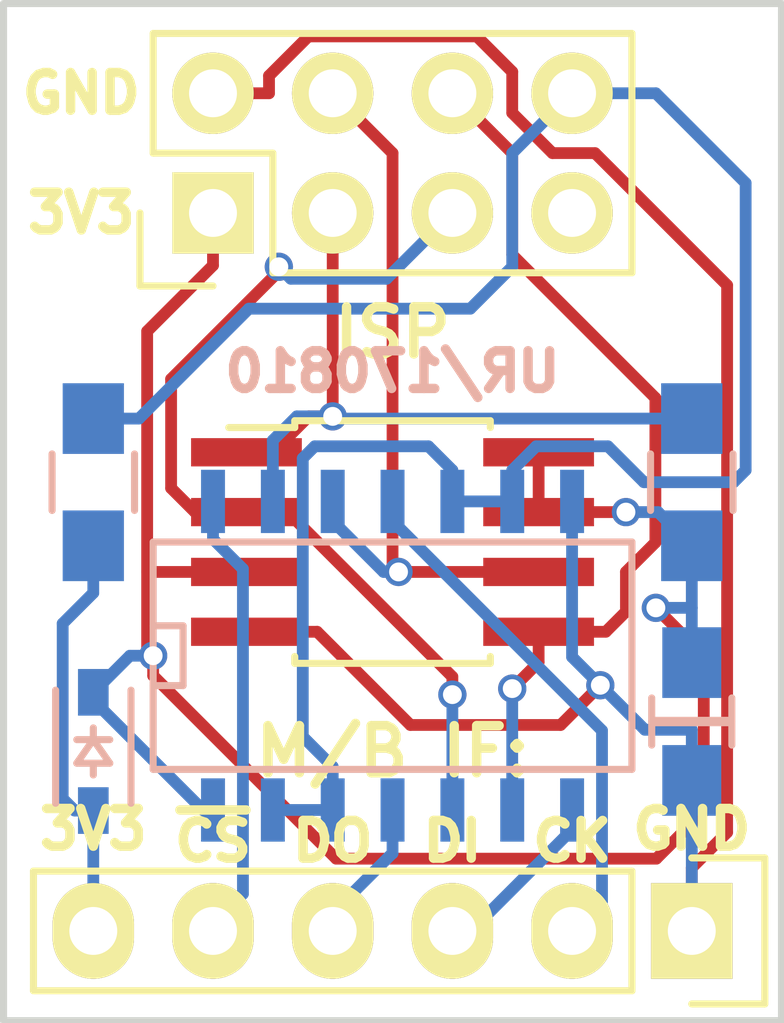
<source format=kicad_pcb>
(kicad_pcb (version 20171130) (host pcbnew "(5.1.12)-1")

  (general
    (thickness 1.6)
    (drawings 16)
    (tracks 143)
    (zones 0)
    (modules 8)
    (nets 13)
  )

  (page A4)
  (layers
    (0 F.Cu signal)
    (31 B.Cu signal)
    (32 B.Adhes user hide)
    (33 F.Adhes user hide)
    (34 B.Paste user hide)
    (35 F.Paste user hide)
    (36 B.SilkS user)
    (37 F.SilkS user hide)
    (38 B.Mask user)
    (39 F.Mask user)
    (40 Dwgs.User user)
    (41 Cmts.User user)
    (42 Eco1.User user)
    (43 Eco2.User user)
    (44 Edge.Cuts user)
    (45 Margin user)
    (46 B.CrtYd user)
    (47 F.CrtYd user)
    (48 B.Fab user)
    (49 F.Fab user)
  )

  (setup
    (last_trace_width 0.25)
    (trace_clearance 0.2)
    (zone_clearance 0.508)
    (zone_45_only no)
    (trace_min 0.2)
    (via_size 0.6)
    (via_drill 0.4)
    (via_min_size 0.4)
    (via_min_drill 0.3)
    (uvia_size 0.3)
    (uvia_drill 0.1)
    (uvias_allowed no)
    (uvia_min_size 0.2)
    (uvia_min_drill 0.1)
    (edge_width 0.15)
    (segment_width 0.2)
    (pcb_text_width 0.3)
    (pcb_text_size 1.5 1.5)
    (mod_edge_width 0.15)
    (mod_text_size 1 1)
    (mod_text_width 0.15)
    (pad_size 1.524 1.524)
    (pad_drill 0.762)
    (pad_to_mask_clearance 0.2)
    (aux_axis_origin 0 0)
    (visible_elements 7FFFFFFF)
    (pcbplotparams
      (layerselection 0x010f0_80000001)
      (usegerberextensions false)
      (usegerberattributes true)
      (usegerberadvancedattributes true)
      (creategerberjobfile true)
      (excludeedgelayer true)
      (linewidth 0.100000)
      (plotframeref false)
      (viasonmask false)
      (mode 1)
      (useauxorigin false)
      (hpglpennumber 1)
      (hpglpenspeed 20)
      (hpglpendiameter 15.000000)
      (psnegative false)
      (psa4output false)
      (plotreference true)
      (plotvalue true)
      (plotinvisibletext false)
      (padsonsilk false)
      (subtractmaskfromsilk false)
      (outputformat 1)
      (mirror false)
      (drillshape 0)
      (scaleselection 1)
      (outputdirectory "gerbs/"))
  )

  (net 0 "")
  (net 1 GND)
  (net 2 +3V3)
  (net 3 /MB3V3)
  (net 4 /MBSCK)
  (net 5 /MBMOSI)
  (net 6 /MBMISO)
  (net 7 /~MBCS)
  (net 8 /~CS)
  (net 9 /SCK)
  (net 10 /MOSI)
  (net 11 /MISO)
  (net 12 /BUFEN)

  (net_class Default "This is the default net class."
    (clearance 0.2)
    (trace_width 0.25)
    (via_dia 0.6)
    (via_drill 0.4)
    (uvia_dia 0.3)
    (uvia_drill 0.1)
    (add_net +3V3)
    (add_net /BUFEN)
    (add_net /MB3V3)
    (add_net /MBMISO)
    (add_net /MBMOSI)
    (add_net /MBSCK)
    (add_net /MISO)
    (add_net /MOSI)
    (add_net /SCK)
    (add_net /~CS)
    (add_net /~MBCS)
    (add_net GND)
  )

  (module Housings_SOIC:SOIC-8_3.9x4.9mm_Pitch1.27mm (layer F.Cu) (tedit 56AA2104) (tstamp 56A9EB0F)
    (at 148.59 112.395)
    (descr "8-Lead Plastic Small Outline (SN) - Narrow, 3.90 mm Body [SOIC] (see Microchip Packaging Specification 00000049BS.pdf)")
    (tags "SOIC 1.27")
    (path /56A9C3B3)
    (attr smd)
    (fp_text reference U2 (at 0 -3.5) (layer F.SilkS) hide
      (effects (font (size 1 1) (thickness 0.15)))
    )
    (fp_text value SPI_TGT (at 0 3.5) (layer F.Fab) hide
      (effects (font (size 1 1) (thickness 0.15)))
    )
    (fp_line (start -2.075 -2.43) (end -3.475 -2.43) (layer F.SilkS) (width 0.15))
    (fp_line (start -2.075 2.575) (end 2.075 2.575) (layer F.SilkS) (width 0.15))
    (fp_line (start -2.075 -2.575) (end 2.075 -2.575) (layer F.SilkS) (width 0.15))
    (fp_line (start -2.075 2.575) (end -2.075 2.43) (layer F.SilkS) (width 0.15))
    (fp_line (start 2.075 2.575) (end 2.075 2.43) (layer F.SilkS) (width 0.15))
    (fp_line (start 2.075 -2.575) (end 2.075 -2.43) (layer F.SilkS) (width 0.15))
    (fp_line (start -2.075 -2.575) (end -2.075 -2.43) (layer F.SilkS) (width 0.15))
    (fp_line (start -3.75 2.75) (end 3.75 2.75) (layer F.CrtYd) (width 0.05))
    (fp_line (start -3.75 -2.75) (end 3.75 -2.75) (layer F.CrtYd) (width 0.05))
    (fp_line (start 3.75 -2.75) (end 3.75 2.75) (layer F.CrtYd) (width 0.05))
    (fp_line (start -3.75 -2.75) (end -3.75 2.75) (layer F.CrtYd) (width 0.05))
    (pad 1 smd rect (at -3.1 -1.905) (size 2.35 0.6) (layers F.Cu F.Paste F.Mask)
      (net 8 /~CS))
    (pad 2 smd rect (at -3.1 -0.635) (size 2.35 0.6) (layers F.Cu F.Paste F.Mask)
      (net 11 /MISO))
    (pad 3 smd rect (at -3.1 0.635) (size 2.35 0.6) (layers F.Cu F.Paste F.Mask)
      (net 2 +3V3))
    (pad 4 smd rect (at -3.1 1.905) (size 2.35 0.6) (layers F.Cu F.Paste F.Mask)
      (net 1 GND))
    (pad 5 smd rect (at 3.1 1.905) (size 2.35 0.6) (layers F.Cu F.Paste F.Mask)
      (net 10 /MOSI))
    (pad 6 smd rect (at 3.1 0.635) (size 2.35 0.6) (layers F.Cu F.Paste F.Mask)
      (net 9 /SCK))
    (pad 7 smd rect (at 3.1 -0.635) (size 2.35 0.6) (layers F.Cu F.Paste F.Mask)
      (net 2 +3V3))
    (pad 8 smd rect (at 3.1 -1.905) (size 2.35 0.6) (layers F.Cu F.Paste F.Mask)
      (net 2 +3V3))
    (model Housings_SOIC.3dshapes/SOIC-8_3.9x4.9mm_Pitch1.27mm.wrl
      (at (xyz 0 0 0))
      (scale (xyz 1 1 1))
      (rotate (xyz 0 0 0))
    )
  )

  (module SMD_Packages:SOIC-14_N (layer B.Cu) (tedit 56AA20FD) (tstamp 56A9EB03)
    (at 148.59 114.935)
    (descr "Module CMS SOJ 14 pins Large")
    (tags "CMS SOJ")
    (path /56A9C5EF)
    (attr smd)
    (fp_text reference U1 (at 0 1.27) (layer B.SilkS) hide
      (effects (font (size 1 1) (thickness 0.15)) (justify mirror))
    )
    (fp_text value 4066 (at 0 -1.27) (layer B.Fab) hide
      (effects (font (size 1 1) (thickness 0.15)) (justify mirror))
    )
    (fp_line (start -4.445 -0.762) (end -5.08 -0.762) (layer B.SilkS) (width 0.15))
    (fp_line (start -4.445 0.508) (end -4.445 -0.762) (layer B.SilkS) (width 0.15))
    (fp_line (start -5.08 0.508) (end -4.445 0.508) (layer B.SilkS) (width 0.15))
    (fp_line (start -5.08 2.286) (end 5.08 2.286) (layer B.SilkS) (width 0.15))
    (fp_line (start -5.08 -2.54) (end -5.08 2.286) (layer B.SilkS) (width 0.15))
    (fp_line (start 5.08 -2.54) (end -5.08 -2.54) (layer B.SilkS) (width 0.15))
    (fp_line (start 5.08 2.286) (end 5.08 -2.54) (layer B.SilkS) (width 0.15))
    (pad 1 smd rect (at -3.81 -3.402) (size 0.508 1.343) (layers B.Cu B.Paste B.Mask)
      (net 7 /~MBCS))
    (pad 2 smd rect (at -2.54 -3.402) (size 0.508 1.343) (layers B.Cu B.Paste B.Mask)
      (net 8 /~CS))
    (pad 3 smd rect (at -1.27 -3.402) (size 0.508 1.343) (layers B.Cu B.Paste B.Mask)
      (net 9 /SCK))
    (pad 4 smd rect (at 0 -3.402) (size 0.508 1.343) (layers B.Cu B.Paste B.Mask)
      (net 4 /MBSCK))
    (pad 5 smd rect (at 1.27 -3.402) (size 0.508 1.343) (layers B.Cu B.Paste B.Mask)
      (net 12 /BUFEN))
    (pad 6 smd rect (at 2.54 -3.402) (size 0.508 1.343) (layers B.Cu B.Paste B.Mask)
      (net 12 /BUFEN))
    (pad 7 smd rect (at 3.81 -3.402) (size 0.508 1.343) (layers B.Cu B.Paste B.Mask)
      (net 1 GND))
    (pad 8 smd rect (at 3.81 3.148) (size 0.508 1.343) (layers B.Cu B.Paste B.Mask)
      (net 5 /MBMOSI))
    (pad 9 smd rect (at 2.54 3.148) (size 0.508 1.343) (layers B.Cu B.Paste B.Mask)
      (net 10 /MOSI))
    (pad 11 smd rect (at 0 3.148) (size 0.508 1.343) (layers B.Cu B.Paste B.Mask)
      (net 6 /MBMISO))
    (pad 12 smd rect (at -1.27 3.148) (size 0.508 1.343) (layers B.Cu B.Paste B.Mask)
      (net 12 /BUFEN))
    (pad 13 smd rect (at -2.54 3.148) (size 0.508 1.343) (layers B.Cu B.Paste B.Mask)
      (net 12 /BUFEN))
    (pad 14 smd rect (at -3.81 3.148) (size 0.508 1.343) (layers B.Cu B.Paste B.Mask)
      (net 2 +3V3))
    (pad 10 smd rect (at 1.27 3.148 180) (size 0.508 1.343) (layers B.Cu B.Paste B.Mask)
      (net 11 /MISO))
    (model SMD_Packages.3dshapes/SOIC-14_N.wrl
      (at (xyz 0 0 0))
      (scale (xyz 0.5 0.4 0.5))
      (rotate (xyz 0 0 0))
    )
  )

  (module Diodes_SMD:SOD-323 (layer B.Cu) (tedit 56AB1811) (tstamp 56AA0F69)
    (at 142.24 116.84 270)
    (descr SOD-323)
    (tags SOD-323)
    (path /56A9CF8A)
    (attr smd)
    (fp_text reference D1 (at 0 1.85 270) (layer B.SilkS) hide
      (effects (font (size 1 1) (thickness 0.15)) (justify mirror))
    )
    (fp_text value - (at 0.1 -1.9 270) (layer B.Fab) hide
      (effects (font (size 1 1) (thickness 0.15)) (justify mirror))
    )
    (fp_line (start -1.3 0.8) (end 1.1 0.8) (layer B.SilkS) (width 0.15))
    (fp_line (start -1.3 -0.8) (end 1.1 -0.8) (layer B.SilkS) (width 0.15))
    (fp_line (start -1.5 0.95) (end -1.5 -0.95) (layer B.CrtYd) (width 0.05))
    (fp_line (start -1.5 -0.95) (end 1.5 -0.95) (layer B.CrtYd) (width 0.05))
    (fp_line (start 1.5 0.95) (end 1.5 -0.95) (layer B.CrtYd) (width 0.05))
    (fp_line (start -1.5 0.95) (end 1.5 0.95) (layer B.CrtYd) (width 0.05))
    (fp_line (start -0.25 0.35) (end -0.25 -0.35) (layer B.SilkS) (width 0.15))
    (fp_line (start 0.25 -0.35) (end -0.25 0) (layer B.SilkS) (width 0.15))
    (fp_line (start 0.25 0.35) (end 0.25 -0.35) (layer B.SilkS) (width 0.15))
    (fp_line (start -0.25 0) (end 0.25 0.35) (layer B.SilkS) (width 0.15))
    (fp_line (start -0.25 0) (end -0.5 0) (layer B.SilkS) (width 0.15))
    (fp_line (start 0.25 0) (end 0.5 0) (layer B.SilkS) (width 0.15))
    (pad 1 smd rect (at -1.255 0 270) (size 0.99 0.65) (layers B.Cu B.Paste B.Mask)
      (net 2 +3V3))
    (pad 2 smd rect (at 1.255 0 270) (size 0.99 0.65) (layers B.Cu B.Paste B.Mask)
      (net 3 /MB3V3))
  )

  (module Pin_Headers:Pin_Header_Straight_2x04 (layer F.Cu) (tedit 56AA2118) (tstamp 56A9EAE5)
    (at 144.78 105.41 90)
    (descr "Through hole pin header")
    (tags "pin header")
    (path /56A9E257)
    (fp_text reference P2 (at 0 -5.1 90) (layer F.SilkS) hide
      (effects (font (size 1 1) (thickness 0.15)))
    )
    (fp_text value CONN_02X04 (at 0 -3.1 90) (layer F.Fab) hide
      (effects (font (size 1 1) (thickness 0.15)))
    )
    (fp_line (start -1.55 -1.55) (end -1.55 0) (layer F.SilkS) (width 0.15))
    (fp_line (start 1.27 1.27) (end -1.27 1.27) (layer F.SilkS) (width 0.15))
    (fp_line (start 1.27 -1.27) (end 1.27 1.27) (layer F.SilkS) (width 0.15))
    (fp_line (start 0 -1.55) (end -1.55 -1.55) (layer F.SilkS) (width 0.15))
    (fp_line (start 3.81 -1.27) (end 1.27 -1.27) (layer F.SilkS) (width 0.15))
    (fp_line (start 3.81 8.89) (end 3.81 -1.27) (layer F.SilkS) (width 0.15))
    (fp_line (start -1.27 8.89) (end 3.81 8.89) (layer F.SilkS) (width 0.15))
    (fp_line (start -1.27 1.27) (end -1.27 8.89) (layer F.SilkS) (width 0.15))
    (fp_line (start -1.75 9.4) (end 4.3 9.4) (layer F.CrtYd) (width 0.05))
    (fp_line (start -1.75 -1.75) (end 4.3 -1.75) (layer F.CrtYd) (width 0.05))
    (fp_line (start 4.3 -1.75) (end 4.3 9.4) (layer F.CrtYd) (width 0.05))
    (fp_line (start -1.75 -1.75) (end -1.75 9.4) (layer F.CrtYd) (width 0.05))
    (pad 1 thru_hole rect (at 0 0 90) (size 1.7272 1.7272) (drill 1.016) (layers *.Cu *.Mask F.SilkS)
      (net 2 +3V3))
    (pad 2 thru_hole oval (at 2.54 0 90) (size 1.7272 1.7272) (drill 1.016) (layers *.Cu *.Mask F.SilkS)
      (net 1 GND))
    (pad 3 thru_hole oval (at 0 2.54 90) (size 1.7272 1.7272) (drill 1.016) (layers *.Cu *.Mask F.SilkS)
      (net 8 /~CS))
    (pad 4 thru_hole oval (at 2.54 2.54 90) (size 1.7272 1.7272) (drill 1.016) (layers *.Cu *.Mask F.SilkS)
      (net 9 /SCK))
    (pad 5 thru_hole oval (at 0 5.08 90) (size 1.7272 1.7272) (drill 1.016) (layers *.Cu *.Mask F.SilkS)
      (net 11 /MISO))
    (pad 6 thru_hole oval (at 2.54 5.08 90) (size 1.7272 1.7272) (drill 1.016) (layers *.Cu *.Mask F.SilkS)
      (net 10 /MOSI))
    (pad 7 thru_hole oval (at 0 7.62 90) (size 1.7272 1.7272) (drill 1.016) (layers *.Cu *.Mask F.SilkS))
    (pad 8 thru_hole oval (at 2.54 7.62 90) (size 1.7272 1.7272) (drill 1.016) (layers *.Cu *.Mask F.SilkS)
      (net 12 /BUFEN))
    (model Pin_Headers.3dshapes/Pin_Header_Straight_2x04.wrl
      (offset (xyz 1.269999980926514 -3.809999942779541 0))
      (scale (xyz 1 1 1))
      (rotate (xyz 0 0 90))
    )
  )

  (module Capacitors_SMD:C_0805_HandSoldering (layer B.Cu) (tedit 56AA211C) (tstamp 56A9EAC9)
    (at 154.94 116.205 90)
    (descr "Capacitor SMD 0805, hand soldering")
    (tags "capacitor 0805")
    (path /56A9EBFF)
    (attr smd)
    (fp_text reference C1 (at 0 2.1 90) (layer B.SilkS) hide
      (effects (font (size 1 1) (thickness 0.15)) (justify mirror))
    )
    (fp_text value 1u (at 0 -2.1 90) (layer B.Fab) hide
      (effects (font (size 1 1) (thickness 0.15)) (justify mirror))
    )
    (fp_line (start -0.5 -0.85) (end 0.5 -0.85) (layer B.SilkS) (width 0.15))
    (fp_line (start 0.5 0.85) (end -0.5 0.85) (layer B.SilkS) (width 0.15))
    (fp_line (start 2.3 1) (end 2.3 -1) (layer B.CrtYd) (width 0.05))
    (fp_line (start -2.3 1) (end -2.3 -1) (layer B.CrtYd) (width 0.05))
    (fp_line (start -2.3 -1) (end 2.3 -1) (layer B.CrtYd) (width 0.05))
    (fp_line (start -2.3 1) (end 2.3 1) (layer B.CrtYd) (width 0.05))
    (pad 1 smd rect (at -1.25 0 90) (size 1.5 1.25) (layers B.Cu B.Paste B.Mask)
      (net 1 GND))
    (pad 2 smd rect (at 1.25 0 90) (size 1.5 1.25) (layers B.Cu B.Paste B.Mask)
      (net 2 +3V3))
    (model Capacitors_SMD.3dshapes/C_0805_HandSoldering.wrl
      (at (xyz 0 0 0))
      (scale (xyz 1 1 1))
      (rotate (xyz 0 0 0))
    )
  )

  (module Socket_Strips:Socket_Strip_Straight_1x06 (layer F.Cu) (tedit 56AA20E6) (tstamp 56A9EAD9)
    (at 154.94 120.65 180)
    (descr "Through hole socket strip")
    (tags "socket strip")
    (path /56AA09CA)
    (fp_text reference P1 (at 0 -5.1 180) (layer F.SilkS) hide
      (effects (font (size 1 1) (thickness 0.15)))
    )
    (fp_text value CONN_01X06 (at 0 -3.1 180) (layer F.Fab) hide
      (effects (font (size 1 1) (thickness 0.15)))
    )
    (fp_line (start -1.55 -1.55) (end -1.55 1.55) (layer F.SilkS) (width 0.15))
    (fp_line (start 0 -1.55) (end -1.55 -1.55) (layer F.SilkS) (width 0.15))
    (fp_line (start 1.27 1.27) (end 1.27 -1.27) (layer F.SilkS) (width 0.15))
    (fp_line (start -1.55 1.55) (end 0 1.55) (layer F.SilkS) (width 0.15))
    (fp_line (start 13.97 -1.27) (end 1.27 -1.27) (layer F.SilkS) (width 0.15))
    (fp_line (start 13.97 1.27) (end 13.97 -1.27) (layer F.SilkS) (width 0.15))
    (fp_line (start 1.27 1.27) (end 13.97 1.27) (layer F.SilkS) (width 0.15))
    (fp_line (start -1.75 1.75) (end 14.45 1.75) (layer F.CrtYd) (width 0.05))
    (fp_line (start -1.75 -1.75) (end 14.45 -1.75) (layer F.CrtYd) (width 0.05))
    (fp_line (start 14.45 -1.75) (end 14.45 1.75) (layer F.CrtYd) (width 0.05))
    (fp_line (start -1.75 -1.75) (end -1.75 1.75) (layer F.CrtYd) (width 0.05))
    (pad 1 thru_hole rect (at 0 0 180) (size 1.7272 2.032) (drill 1.016) (layers *.Cu *.Mask F.SilkS)
      (net 1 GND))
    (pad 2 thru_hole oval (at 2.54 0 180) (size 1.7272 2.032) (drill 1.016) (layers *.Cu *.Mask F.SilkS)
      (net 4 /MBSCK))
    (pad 3 thru_hole oval (at 5.08 0 180) (size 1.7272 2.032) (drill 1.016) (layers *.Cu *.Mask F.SilkS)
      (net 5 /MBMOSI))
    (pad 4 thru_hole oval (at 7.62 0 180) (size 1.7272 2.032) (drill 1.016) (layers *.Cu *.Mask F.SilkS)
      (net 6 /MBMISO))
    (pad 5 thru_hole oval (at 10.16 0 180) (size 1.7272 2.032) (drill 1.016) (layers *.Cu *.Mask F.SilkS)
      (net 7 /~MBCS))
    (pad 6 thru_hole oval (at 12.7 0 180) (size 1.7272 2.032) (drill 1.016) (layers *.Cu *.Mask F.SilkS)
      (net 3 /MB3V3))
  )

  (module Resistors_SMD:R_0805_HandSoldering (layer B.Cu) (tedit 56AA210E) (tstamp 56AA0F73)
    (at 142.24 111.125 270)
    (descr "Resistor SMD 0805, hand soldering")
    (tags "resistor 0805")
    (path /56AA4078)
    (attr smd)
    (fp_text reference R1 (at 0 2.1 270) (layer B.SilkS) hide
      (effects (font (size 1 1) (thickness 0.15)) (justify mirror))
    )
    (fp_text value 4k7 (at 0 -2.1 270) (layer B.Fab) hide
      (effects (font (size 1 1) (thickness 0.15)) (justify mirror))
    )
    (fp_line (start -0.6 0.875) (end 0.6 0.875) (layer B.SilkS) (width 0.15))
    (fp_line (start 0.6 -0.875) (end -0.6 -0.875) (layer B.SilkS) (width 0.15))
    (fp_line (start 2.4 1) (end 2.4 -1) (layer B.CrtYd) (width 0.05))
    (fp_line (start -2.4 1) (end -2.4 -1) (layer B.CrtYd) (width 0.05))
    (fp_line (start -2.4 -1) (end 2.4 -1) (layer B.CrtYd) (width 0.05))
    (fp_line (start -2.4 1) (end 2.4 1) (layer B.CrtYd) (width 0.05))
    (pad 1 smd rect (at -1.35 0 270) (size 1.5 1.3) (layers B.Cu B.Paste B.Mask)
      (net 12 /BUFEN))
    (pad 2 smd rect (at 1.35 0 270) (size 1.5 1.3) (layers B.Cu B.Paste B.Mask)
      (net 3 /MB3V3))
    (model Resistors_SMD.3dshapes/R_0805_HandSoldering.wrl
      (at (xyz 0 0 0))
      (scale (xyz 1 1 1))
      (rotate (xyz 0 0 0))
    )
  )

  (module Resistors_SMD:R_0805_HandSoldering (layer B.Cu) (tedit 56AA2122) (tstamp 56AA0F79)
    (at 154.94 111.125 90)
    (descr "Resistor SMD 0805, hand soldering")
    (tags "resistor 0805")
    (path /56AA3FE3)
    (attr smd)
    (fp_text reference R2 (at 0 2.1 90) (layer B.SilkS) hide
      (effects (font (size 1 1) (thickness 0.15)) (justify mirror))
    )
    (fp_text value 4k7 (at 0 -2.1 90) (layer B.Fab) hide
      (effects (font (size 1 1) (thickness 0.15)) (justify mirror))
    )
    (fp_line (start -0.6 0.875) (end 0.6 0.875) (layer B.SilkS) (width 0.15))
    (fp_line (start 0.6 -0.875) (end -0.6 -0.875) (layer B.SilkS) (width 0.15))
    (fp_line (start 2.4 1) (end 2.4 -1) (layer B.CrtYd) (width 0.05))
    (fp_line (start -2.4 1) (end -2.4 -1) (layer B.CrtYd) (width 0.05))
    (fp_line (start -2.4 -1) (end 2.4 -1) (layer B.CrtYd) (width 0.05))
    (fp_line (start -2.4 1) (end 2.4 1) (layer B.CrtYd) (width 0.05))
    (pad 1 smd rect (at -1.35 0 90) (size 1.5 1.3) (layers B.Cu B.Paste B.Mask)
      (net 2 +3V3))
    (pad 2 smd rect (at 1.35 0 90) (size 1.5 1.3) (layers B.Cu B.Paste B.Mask)
      (net 8 /~CS))
    (model Resistors_SMD.3dshapes/R_0805_HandSoldering.wrl
      (at (xyz 0 0 0))
      (scale (xyz 1 1 1))
      (rotate (xyz 0 0 0))
    )
  )

  (gr_text UR/170810 (at 148.59 108.7755) (layer B.SilkS)
    (effects (font (size 0.8 0.8) (thickness 0.2)) (justify mirror))
  )
  (gr_text "M/B IF:" (at 148.59 116.84) (layer F.SilkS) (tstamp 56AA2947)
    (effects (font (size 1 1) (thickness 0.2)))
  )
  (gr_text ISP (at 148.59 107.95) (layer F.SilkS) (tstamp 56AA292A)
    (effects (font (size 1 1) (thickness 0.2)))
  )
  (gr_text GND (at 141.986 102.87) (layer F.SilkS) (tstamp 56AA2670)
    (effects (font (size 0.8 0.8) (thickness 0.2)))
  )
  (gr_text 3V3 (at 141.986 105.41) (layer F.SilkS) (tstamp 56AA2663)
    (effects (font (size 0.8 0.8) (thickness 0.2)))
  )
  (gr_text GND (at 154.94 118.491) (layer F.SilkS) (tstamp 56AA25CD)
    (effects (font (size 0.8 0.8) (thickness 0.2)))
  )
  (gr_text CK (at 152.4 118.745) (layer F.SilkS) (tstamp 56AA25C2)
    (effects (font (size 0.8 0.8) (thickness 0.2)))
  )
  (gr_text DI (at 149.86 118.745) (layer F.SilkS) (tstamp 56AA25B0)
    (effects (font (size 0.8 0.8) (thickness 0.2)))
  )
  (gr_text DO (at 147.32 118.745) (layer F.SilkS) (tstamp 56AA25A2)
    (effects (font (size 0.8 0.8) (thickness 0.2)))
  )
  (gr_text ~CS (at 144.78 118.745) (layer F.SilkS) (tstamp 56AA2590)
    (effects (font (size 0.8 0.8) (thickness 0.2)))
  )
  (gr_text 3V3 (at 142.24 118.491) (layer F.SilkS)
    (effects (font (size 0.8 0.8) (thickness 0.2)))
  )
  (gr_line (start 154.1145 116.205) (end 155.7655 116.205) (layer B.SilkS) (width 0.2))
  (gr_line (start 140.335 100.965) (end 140.335 122.555) (layer Edge.Cuts) (width 0.15))
  (gr_line (start 156.845 100.965) (end 140.335 100.965) (layer Edge.Cuts) (width 0.15))
  (gr_line (start 156.845 122.555) (end 156.845 100.965) (layer Edge.Cuts) (width 0.15))
  (gr_line (start 140.335 122.555) (end 156.845 122.555) (angle 90) (layer Edge.Cuts) (width 0.15))

  (segment (start 154.94 117.455) (end 154.94 116.3799) (width 0.25) (layer B.Cu) (net 1))
  (segment (start 154.94 116.3799) (end 153.944 116.3799) (width 0.25) (layer B.Cu) (net 1))
  (segment (start 153.944 116.3799) (end 152.9993 115.4352) (width 0.25) (layer B.Cu) (net 1))
  (segment (start 154.94 120.65) (end 154.94 117.455) (width 0.25) (layer B.Cu) (net 1))
  (segment (start 152.9993 115.4352) (end 152.4 114.8359) (width 0.25) (layer B.Cu) (net 1))
  (segment (start 152.4 114.8359) (end 152.4 111.533) (width 0.25) (layer B.Cu) (net 1))
  (segment (start 152.9993 115.4352) (end 152.1561 116.2784) (width 0.25) (layer F.Cu) (net 1))
  (segment (start 152.1561 116.2784) (end 148.9685 116.2784) (width 0.25) (layer F.Cu) (net 1))
  (segment (start 148.9685 116.2784) (end 146.9901 114.3) (width 0.25) (layer F.Cu) (net 1))
  (segment (start 145.49 114.3) (end 146.9901 114.3) (width 0.25) (layer F.Cu) (net 1))
  (segment (start 154.94 120.65) (end 154.94 119.3089) (width 0.25) (layer F.Cu) (net 1))
  (segment (start 144.78 102.87) (end 145.9687 102.87) (width 0.25) (layer F.Cu) (net 1))
  (segment (start 145.9687 102.87) (end 145.9687 102.4985) (width 0.25) (layer F.Cu) (net 1))
  (segment (start 145.9687 102.4985) (end 146.8043 101.6629) (width 0.25) (layer F.Cu) (net 1))
  (segment (start 146.8043 101.6629) (end 150.3792 101.6629) (width 0.25) (layer F.Cu) (net 1))
  (segment (start 150.3792 101.6629) (end 151.13 102.4137) (width 0.25) (layer F.Cu) (net 1))
  (segment (start 151.13 102.4137) (end 151.13 103.2866) (width 0.25) (layer F.Cu) (net 1))
  (segment (start 151.13 103.2866) (end 151.9834 104.14) (width 0.25) (layer F.Cu) (net 1))
  (segment (start 151.9834 104.14) (end 152.8865 104.14) (width 0.25) (layer F.Cu) (net 1))
  (segment (start 152.8865 104.14) (end 155.6901 106.9436) (width 0.25) (layer F.Cu) (net 1))
  (segment (start 155.6901 106.9436) (end 155.6901 118.5588) (width 0.25) (layer F.Cu) (net 1))
  (segment (start 155.6901 118.5588) (end 154.94 119.3089) (width 0.25) (layer F.Cu) (net 1))
  (via (at 152.9993 115.4352) (size 0.6) (layers F.Cu B.Cu) (net 1))
  (segment (start 154.94 113.792) (end 154.94 114.955) (width 0.25) (layer B.Cu) (net 2))
  (segment (start 154.94 112.475) (end 154.94 113.792) (width 0.25) (layer B.Cu) (net 2))
  (segment (start 145.49 113.03) (end 144.615 113.03) (width 0.25) (layer F.Cu) (net 2))
  (segment (start 142.24 115.585) (end 142.24 115.755) (width 0.25) (layer B.Cu) (net 2))
  (segment (start 142.24 115.755) (end 144.568 118.083) (width 0.25) (layer B.Cu) (net 2))
  (segment (start 144.568 118.083) (end 144.78 118.083) (width 0.25) (layer B.Cu) (net 2))
  (segment (start 151.69 110.49) (end 151.69 111.76) (width 0.25) (layer F.Cu) (net 2))
  (segment (start 151.69 111.76) (end 153.543 111.76) (width 0.25) (layer F.Cu) (net 2))
  (segment (start 153.543 111.76) (end 154.225 111.76) (width 0.25) (layer B.Cu) (net 2))
  (segment (start 154.225 111.76) (end 154.94 112.475) (width 0.25) (layer B.Cu) (net 2))
  (segment (start 145.49 113.03) (end 144.615 113.03) (width 0.25) (layer F.Cu) (net 2))
  (segment (start 143.51 114.808) (end 143.017 114.808) (width 0.25) (layer B.Cu) (net 2))
  (segment (start 143.017 114.808) (end 142.24 115.585) (width 0.25) (layer B.Cu) (net 2))
  (segment (start 154.94 113.792) (end 154.178 113.792) (width 0.25) (layer B.Cu) (net 2))
  (segment (start 143.51 114.808) (end 143.51 115.232) (width 0.25) (layer F.Cu) (net 2))
  (segment (start 143.51 115.232) (end 147.394 119.116) (width 0.25) (layer F.Cu) (net 2))
  (segment (start 147.394 119.116) (end 154.188 119.116) (width 0.25) (layer F.Cu) (net 2))
  (segment (start 154.188 119.116) (end 155.194 118.11) (width 0.25) (layer F.Cu) (net 2))
  (segment (start 155.194 118.11) (end 155.194 114.808) (width 0.25) (layer F.Cu) (net 2))
  (segment (start 155.194 114.808) (end 154.178 113.792) (width 0.25) (layer F.Cu) (net 2))
  (segment (start 144.78 105.41) (end 144.78 106.524) (width 0.25) (layer F.Cu) (net 2))
  (segment (start 144.78 106.524) (end 143.383 107.921) (width 0.25) (layer F.Cu) (net 2))
  (segment (start 143.383 107.921) (end 143.383 113.03) (width 0.25) (layer F.Cu) (net 2))
  (segment (start 143.383 113.03) (end 144.615 113.03) (width 0.25) (layer F.Cu) (net 2))
  (segment (start 143.383 113.03) (end 143.383 114.681) (width 0.25) (layer F.Cu) (net 2))
  (segment (start 143.383 114.681) (end 143.51 114.808) (width 0.25) (layer F.Cu) (net 2))
  (via (at 153.543 111.76) (size 0.6) (layers F.Cu B.Cu) (net 2))
  (via (at 143.51 114.808) (size 0.6) (layers F.Cu B.Cu) (net 2))
  (via (at 154.178 113.792) (size 0.6) (layers F.Cu B.Cu) (net 2))
  (segment (start 142.24 120.65) (end 142.24 118.095) (width 0.25) (layer B.Cu) (net 3))
  (segment (start 142.24 118.095) (end 141.844 118.095) (width 0.25) (layer B.Cu) (net 3))
  (segment (start 141.844 118.095) (end 141.59 117.841) (width 0.25) (layer B.Cu) (net 3))
  (segment (start 141.59 117.841) (end 141.59 114.125) (width 0.25) (layer B.Cu) (net 3))
  (segment (start 141.59 114.125) (end 142.24 113.475) (width 0.25) (layer B.Cu) (net 3))
  (segment (start 142.24 113.475) (end 142.24 112.475) (width 0.25) (layer B.Cu) (net 3))
  (segment (start 152.4 120.65) (end 153.035 120.015) (width 0.25) (layer B.Cu) (net 4))
  (segment (start 153.035 120.015) (end 153.035 116.396) (width 0.25) (layer B.Cu) (net 4))
  (segment (start 153.035 116.396) (end 148.59 111.95) (width 0.25) (layer B.Cu) (net 4))
  (segment (start 148.59 111.95) (end 148.59 111.533) (width 0.25) (layer B.Cu) (net 4))
  (segment (start 149.86 120.65) (end 150.25 120.65) (width 0.25) (layer B.Cu) (net 5))
  (segment (start 150.25 120.65) (end 152.4 118.5) (width 0.25) (layer B.Cu) (net 5))
  (segment (start 152.4 118.5) (end 152.4 118.083) (width 0.25) (layer B.Cu) (net 5))
  (segment (start 147.32 120.65) (end 147.32 120.269) (width 0.25) (layer B.Cu) (net 6))
  (segment (start 147.32 120.269) (end 148.584 119.004) (width 0.25) (layer B.Cu) (net 6))
  (segment (start 148.584 119.004) (end 148.59 119.004) (width 0.25) (layer B.Cu) (net 6))
  (segment (start 148.59 119.004) (end 148.59 118.083) (width 0.25) (layer B.Cu) (net 6))
  (segment (start 144.78 120.65) (end 144.78 120.498) (width 0.25) (layer B.Cu) (net 7))
  (segment (start 144.78 120.498) (end 145.415 119.863) (width 0.25) (layer B.Cu) (net 7))
  (segment (start 145.415 119.863) (end 145.415 112.966) (width 0.25) (layer B.Cu) (net 7))
  (segment (start 145.415 112.966) (end 144.78 112.332) (width 0.25) (layer B.Cu) (net 7))
  (segment (start 144.78 112.332) (end 144.78 111.533) (width 0.25) (layer B.Cu) (net 7))
  (segment (start 147.32 109.728) (end 146.558 109.728) (width 0.25) (layer B.Cu) (net 8))
  (segment (start 146.558 109.728) (end 146.05 110.236) (width 0.25) (layer B.Cu) (net 8))
  (segment (start 146.05 110.236) (end 146.05 111.533) (width 0.25) (layer B.Cu) (net 8))
  (segment (start 147.32 109.728) (end 146.812 109.728) (width 0.25) (layer F.Cu) (net 8))
  (segment (start 146.812 109.728) (end 146.05 110.49) (width 0.25) (layer F.Cu) (net 8))
  (segment (start 146.05 110.49) (end 145.49 110.49) (width 0.25) (layer F.Cu) (net 8))
  (segment (start 147.32 109.728) (end 147.32 105.41) (width 0.25) (layer F.Cu) (net 8))
  (segment (start 147.32 109.728) (end 147.367 109.775) (width 0.25) (layer B.Cu) (net 8))
  (segment (start 147.367 109.775) (end 154.94 109.775) (width 0.25) (layer B.Cu) (net 8))
  (via (at 147.32 109.728) (size 0.6) (layers F.Cu B.Cu) (net 8))
  (segment (start 151.69 113.03) (end 148.717 113.03) (width 0.25) (layer F.Cu) (net 9))
  (segment (start 147.32 111.533) (end 147.32 111.95) (width 0.25) (layer B.Cu) (net 9))
  (segment (start 147.32 111.95) (end 148.4 113.03) (width 0.25) (layer B.Cu) (net 9))
  (segment (start 148.4 113.03) (end 148.717 113.03) (width 0.25) (layer B.Cu) (net 9))
  (segment (start 147.32 102.87) (end 148.59 104.14) (width 0.25) (layer F.Cu) (net 9))
  (segment (start 148.59 104.14) (end 148.59 112.903) (width 0.25) (layer F.Cu) (net 9))
  (segment (start 148.59 112.903) (end 148.717 113.03) (width 0.25) (layer F.Cu) (net 9))
  (via (at 148.717 113.03) (size 0.6) (layers F.Cu B.Cu) (net 9))
  (segment (start 151.13 118.083) (end 151.13 115.506) (width 0.25) (layer B.Cu) (net 10))
  (segment (start 151.69 114.3) (end 151.69 114.946) (width 0.25) (layer F.Cu) (net 10))
  (segment (start 151.69 114.946) (end 151.43 115.207) (width 0.25) (layer F.Cu) (net 10))
  (segment (start 151.43 115.207) (end 151.13 115.506) (width 0.25) (layer F.Cu) (net 10))
  (segment (start 151.69 114.3) (end 153.115 114.3) (width 0.25) (layer F.Cu) (net 10))
  (segment (start 153.115 114.3) (end 153.543 113.872) (width 0.25) (layer F.Cu) (net 10))
  (segment (start 153.543 113.872) (end 153.543 113.03) (width 0.25) (layer F.Cu) (net 10))
  (segment (start 153.543 113.03) (end 154.168 112.405) (width 0.25) (layer F.Cu) (net 10))
  (segment (start 154.168 112.405) (end 154.168 109.337) (width 0.25) (layer F.Cu) (net 10))
  (segment (start 154.168 109.337) (end 151.13 106.299) (width 0.25) (layer F.Cu) (net 10))
  (segment (start 151.13 106.299) (end 151.13 104.14) (width 0.25) (layer F.Cu) (net 10))
  (segment (start 151.13 104.14) (end 149.86 102.87) (width 0.25) (layer F.Cu) (net 10))
  (via (at 151.13 115.506) (size 0.6) (layers F.Cu B.Cu) (net 10))
  (segment (start 149.86 118.083) (end 149.86 115.634) (width 0.25) (layer B.Cu) (net 11))
  (segment (start 145.49 111.76) (end 146.365 111.76) (width 0.25) (layer F.Cu) (net 11))
  (segment (start 146.365 111.76) (end 149.86 115.255) (width 0.25) (layer F.Cu) (net 11))
  (segment (start 149.86 115.255) (end 149.86 115.634) (width 0.25) (layer F.Cu) (net 11))
  (segment (start 146.177 106.553) (end 146.177 106.649) (width 0.25) (layer F.Cu) (net 11))
  (segment (start 146.177 106.649) (end 143.891 108.935) (width 0.25) (layer F.Cu) (net 11))
  (segment (start 143.891 108.935) (end 143.891 111.252) (width 0.25) (layer F.Cu) (net 11))
  (segment (start 143.891 111.252) (end 144.399 111.76) (width 0.25) (layer F.Cu) (net 11))
  (segment (start 144.399 111.76) (end 145.49 111.76) (width 0.25) (layer F.Cu) (net 11))
  (segment (start 149.86 105.41) (end 148.463 106.807) (width 0.25) (layer B.Cu) (net 11))
  (segment (start 148.463 106.807) (end 146.431 106.807) (width 0.25) (layer B.Cu) (net 11))
  (segment (start 146.431 106.807) (end 146.177 106.553) (width 0.25) (layer B.Cu) (net 11))
  (via (at 149.86 115.634) (size 0.6) (layers F.Cu B.Cu) (net 11))
  (via (at 146.177 106.553) (size 0.6) (layers F.Cu B.Cu) (net 11))
  (segment (start 149.86 111.533) (end 151.13 111.533) (width 0.25) (layer B.Cu) (net 12))
  (segment (start 147.32 118.083) (end 147.32 117.162) (width 0.25) (layer B.Cu) (net 12))
  (segment (start 147.32 117.162) (end 146.685 116.526) (width 0.25) (layer B.Cu) (net 12))
  (segment (start 146.685 116.526) (end 146.685 110.617) (width 0.25) (layer B.Cu) (net 12))
  (segment (start 146.685 110.617) (end 146.939 110.363) (width 0.25) (layer B.Cu) (net 12))
  (segment (start 146.939 110.363) (end 149.352 110.363) (width 0.25) (layer B.Cu) (net 12))
  (segment (start 149.352 110.363) (end 149.86 110.871) (width 0.25) (layer B.Cu) (net 12))
  (segment (start 149.86 110.871) (end 149.86 111.533) (width 0.25) (layer B.Cu) (net 12))
  (segment (start 147.32 118.083) (end 146.05 118.083) (width 0.25) (layer B.Cu) (net 12))
  (segment (start 151.13 111.533) (end 151.13 110.871) (width 0.25) (layer B.Cu) (net 12))
  (segment (start 151.13 110.871) (end 151.638 110.363) (width 0.25) (layer B.Cu) (net 12))
  (segment (start 151.638 110.363) (end 153.162 110.363) (width 0.25) (layer B.Cu) (net 12))
  (segment (start 153.162 110.363) (end 153.924 111.125) (width 0.25) (layer B.Cu) (net 12))
  (segment (start 153.924 111.125) (end 155.829 111.125) (width 0.25) (layer B.Cu) (net 12))
  (segment (start 155.829 111.125) (end 156.083 110.871) (width 0.25) (layer B.Cu) (net 12))
  (segment (start 156.083 110.871) (end 156.083 104.775) (width 0.25) (layer B.Cu) (net 12))
  (segment (start 156.083 104.775) (end 154.178 102.87) (width 0.25) (layer B.Cu) (net 12))
  (segment (start 154.178 102.87) (end 152.4 102.87) (width 0.25) (layer B.Cu) (net 12))
  (segment (start 152.4 102.87) (end 151.13 104.14) (width 0.25) (layer B.Cu) (net 12))
  (segment (start 151.13 104.14) (end 151.13 106.553) (width 0.25) (layer B.Cu) (net 12))
  (segment (start 151.13 106.553) (end 150.241 107.442) (width 0.25) (layer B.Cu) (net 12))
  (segment (start 150.241 107.442) (end 145.542 107.442) (width 0.25) (layer B.Cu) (net 12))
  (segment (start 145.542 107.442) (end 143.209 109.775) (width 0.25) (layer B.Cu) (net 12))
  (segment (start 143.209 109.775) (end 142.24 109.775) (width 0.25) (layer B.Cu) (net 12))

)

</source>
